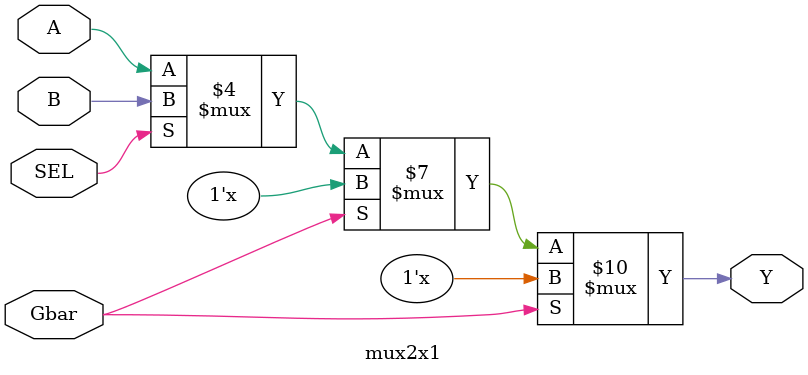
<source format=v>
module mux2x1 (A, B, SEL, Gbar, Y);
input A, B, SEL, Gbar;
output Y;
reg Y;

always @ (SEL, A, B, Gbar) 
begin
    if(Gbar == 1)
        Y = 1'bz;
    else
    begin
        if(SEL) Y=B;
        else
        Y=A;
    end
end
endmodule
</source>
